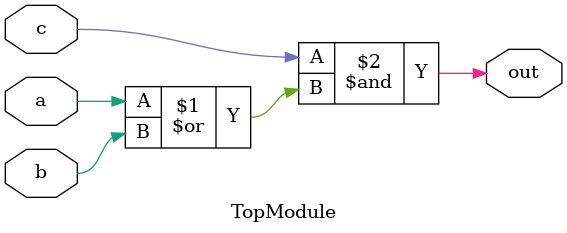
<source format=sv>

module TopModule (
    input a,
    input b,
    input c,
    output out
);

assign out = (c & (a | b));

endmodule
</source>
